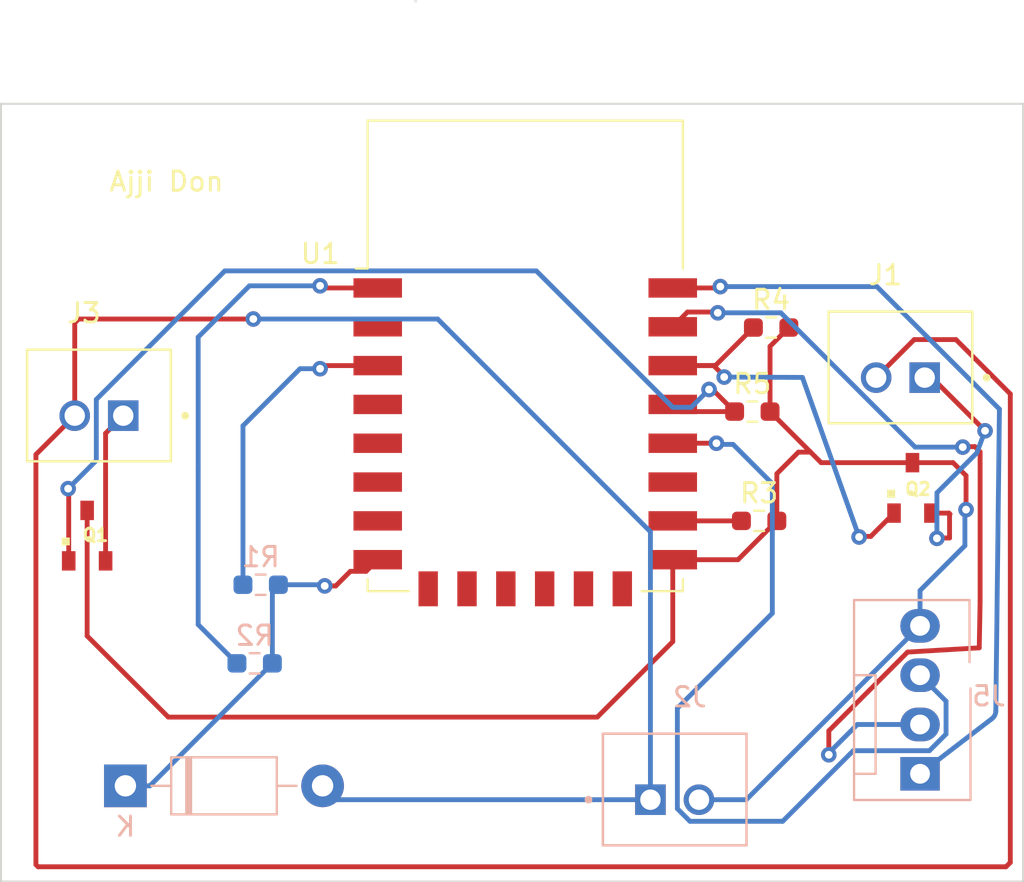
<source format=kicad_pcb>
(kicad_pcb (version 20240108) (generator "pcbnew") (generator_version "8.0")
  (layers (0 "F.Cu" signal) (31 "B.Cu" signal) (36 "B.SilkS" user "B.Silkscreen") (37 "F.SilkS" user "F.Silkscreen") (38 "B.Mask" user) (39 "F.Mask" user) (44 "Edge.Cuts" user))
  (net 0 "")
  (net 1 "/Bat2")
  (net 2 "post_diode")
  (net 3 "/ML")
  (net 4 "GND")
  (net 5 "/MR")
  (net 6 "/P1")
  (net 7 "/P2")
  (net 8 "/P3")
  (net 9 "/M2")
  (net 10 "/M1")
  (net 11 "/R1")
  (net 12 "/R2")
  (net 13 "/R3")
  (footprint "SI2302S:SOT23-3_TO-236AB" (layer "F.Cu") (at 82.94 87.16)
    (property "Reference" "Q1" (at 0.43 -0.03 0) (layer "F.SilkS") (effects (font (size 0.640902 0.640902))))
    (property "Value" "SI2302DS")
    (fp_poly (pts (xy -1.30262 0.1) (xy -0.9 0.1) (xy -0.9 0.501007) (xy -1.30262 0.501007)) (stroke (width 0.01)) (fill solid) (layer "F.SilkS"))
    (pad "1" smd rect (at -0.95 1.3) (size 0.7 1) (layers "F.Cu" "F.Paste" "F.Mask") (net 9 "/M2"))
    (pad "2" smd rect (at 0.95 1.3) (size 0.7 1) (layers "F.Cu" "F.Paste" "F.Mask") (net 5 "/MR"))
    (pad "3" smd rect (at 0 -1.3) (size 0.7 1) (layers "F.Cu" "F.Paste" "F.Mask") (net 4 "GND"))
  )
  (footprint "Resistor_SMD:R_0603_1608Metric_Pad0.98x0.95mm_HandSolder" (layer "F.Cu") (at 118.1775 76.44)
    (property "Reference" "R4" (at 0 -1.43 0) (layer "F.SilkS"))
    (property "Value" "3k3")
    (fp_line (start -0.254724 -0.5225) (end 0.254724 -0.5225) (stroke (width 0.12)) (layer "F.SilkS"))
    (fp_line (start -0.254724 0.5225) (end 0.254724 0.5225) (stroke (width 0.12)) (layer "F.SilkS"))
    (pad "1" smd roundrect (at -0.9125 0) (size 0.975 0.95) (layers "F.Cu" "F.Paste" "F.Mask") (net 10 "/M1"))
    (pad "2" smd roundrect (at 0.9125 0) (size 0.975 0.95) (layers "F.Cu" "F.Paste" "F.Mask") (net 4 "GND"))
  )
  (footprint "JST_Try2:JST_B2B-XH-A_LF__SN_" (layer "F.Cu") (at 124.84 78.495)
    (property "Reference" "J1" (at -0.775 -4.76 0) (layer "F.SilkS"))
    (property "Value" "B2B-XH-A_LF__SN_")
    (fp_line (start -3.7 -2.875) (end 3.7 -2.875) (stroke (width 0.127)) (layer "F.SilkS"))
    (fp_line (start -3.7 2.875) (end -3.7 -2.875) (stroke (width 0.127)) (layer "F.SilkS"))
    (fp_line (start 3.7 -2.875) (end 3.7 2.875) (stroke (width 0.127)) (layer "F.SilkS"))
    (fp_line (start 3.7 2.875) (end -3.7 2.875) (stroke (width 0.127)) (layer "F.SilkS"))
    (fp_circle (center 4.44 0.525) (end 4.54 0.525) (stroke (width 0.2)) (fill none) (layer "F.SilkS"))
    (pad "1" thru_hole rect (at 1.25 0.525) (size 1.575 1.575) (drill 1.05) (layers "*.Cu" "*.Mask") (net 3 "/ML"))
    (pad "2" thru_hole circle (at -1.25 0.525) (size 1.575 1.575) (drill 1.05) (layers "*.Cu" "*.Mask") (net 1 "/Bat2"))
  )
  (footprint "SI2302S:SOT23-3_TO-236AB" (layer "F.Cu") (at 125.46 84.7)
    (property "Reference" "Q2" (at 0.28 0.06 0) (layer "F.SilkS") (effects (font (size 0.640902 0.640902))))
    (property "Value" "SI2302DS")
    (fp_poly (pts (xy -1.30262 0.1) (xy -0.9 0.1) (xy -0.9 0.501007) (xy -1.30262 0.501007)) (stroke (width 0.01)) (fill solid) (layer "F.SilkS"))
    (pad "1" smd rect (at -0.95 1.3) (size 0.7 1) (layers "F.Cu" "F.Paste" "F.Mask") (net 10 "/M1"))
    (pad "2" smd rect (at 0.95 1.3) (size 0.7 1) (layers "F.Cu" "F.Paste" "F.Mask") (net 3 "/ML"))
    (pad "3" smd rect (at 0 -1.3) (size 0.7 1) (layers "F.Cu" "F.Paste" "F.Mask") (net 4 "GND"))
  )
  (footprint "Resistor_SMD:R_0603_1608Metric_Pad0.98x0.95mm_HandSolder" (layer "F.Cu") (at 117.56 86.4)
    (property "Reference" "R3" (at 0 -1.43 0) (layer "F.SilkS"))
    (property "Value" "3k3")
    (fp_line (start -0.254724 -0.5225) (end 0.254724 -0.5225) (stroke (width 0.12)) (layer "F.SilkS"))
    (fp_line (start -0.254724 0.5225) (end 0.254724 0.5225) (stroke (width 0.12)) (layer "F.SilkS"))
    (pad "1" smd roundrect (at -0.9125 0) (size 0.975 0.95) (layers "F.Cu" "F.Paste" "F.Mask") (net 13 "/R3"))
    (pad "2" smd roundrect (at 0.9125 0) (size 0.975 0.95) (layers "F.Cu" "F.Paste" "F.Mask") (net 4 "GND"))
  )
  (footprint "RF_Module:ESP-12E" (layer "F.Cu") (at 105.51 77.9)
    (property "Reference" "U1" (at -10.56 -5.26 0) (layer "F.SilkS"))
    (property "Value" "ESP-12E")
    (fp_line (start -8.12 -12.12) (end 8.12 -12.12) (stroke (width 0.12)) (layer "F.SilkS"))
    (fp_line (start -8.12 -4.5) (end -8.73 -4.5) (stroke (width 0.12)) (layer "F.SilkS"))
    (fp_line (start -8.12 -4.5) (end -8.12 -12.12) (stroke (width 0.12)) (layer "F.SilkS"))
    (fp_line (start -8.12 12.12) (end -8.12 11.5) (stroke (width 0.12)) (layer "F.SilkS"))
    (fp_line (start -6 12.12) (end -8.12 12.12) (stroke (width 0.12)) (layer "F.SilkS"))
    (fp_line (start 8.12 -12.12) (end 8.12 -4.5) (stroke (width 0.12)) (layer "F.SilkS"))
    (fp_line (start 8.12 11.5) (end 8.12 12.12) (stroke (width 0.12)) (layer "F.SilkS"))
    (fp_line (start 8.12 12.12) (end 6 12.12) (stroke (width 0.12)) (layer "F.SilkS"))
    (pad "1" smd rect (at -7.6 -3.5) (size 2.5 1) (layers "F.Cu" "F.Mask") (net 12 "/R2"))
    (pad "2" smd rect (at -7.6 -1.5) (size 2.5 1) (layers "F.Cu" "F.Mask"))
    (pad "3" smd rect (at -7.6 0.5) (size 2.5 1) (layers "F.Cu" "F.Mask") (net 11 "/R1"))
    (pad "4" smd rect (at -7.6 2.5) (size 2.5 1) (layers "F.Cu" "F.Mask"))
    (pad "5" smd rect (at -7.6 4.5) (size 2.5 1) (layers "F.Cu" "F.Mask"))
    (pad "6" smd rect (at -7.6 6.5) (size 2.5 1) (layers "F.Cu" "F.Mask"))
    (pad "7" smd rect (at -7.6 8.5) (size 2.5 1) (layers "F.Cu" "F.Mask"))
    (pad "8" smd rect (at -7.6 10.5) (size 2.5 1) (layers "F.Cu" "F.Mask") (net 2 "post_diode"))
    (pad "9" smd rect (at -5 12) (size 1 1.8) (layers "F.Cu" "F.Mask"))
    (pad "10" smd rect (at -3 12) (size 1 1.8) (layers "F.Cu" "F.Mask"))
    (pad "11" smd rect (at -1 12) (size 1 1.8) (layers "F.Cu" "F.Mask"))
    (pad "12" smd rect (at 1 12) (size 1 1.8) (layers "F.Cu" "F.Mask"))
    (pad "13" smd rect (at 3 12) (size 1 1.8) (layers "F.Cu" "F.Mask"))
    (pad "14" smd rect (at 5 12) (size 1 1.8) (layers "F.Cu" "F.Mask"))
    (pad "15" smd rect (at 7.6 10.5) (size 2.5 1) (layers "F.Cu" "F.Mask") (net 4 "GND"))
    (pad "16" smd rect (at 7.6 8.5) (size 2.5 1) (layers "F.Cu" "F.Mask") (net 13 "/R3"))
    (pad "17" smd rect (at 7.6 6.5) (size 2.5 1) (layers "F.Cu" "F.Mask"))
    (pad "18" smd rect (at 7.6 4.5) (size 2.5 1) (layers "F.Cu" "F.Mask") (net 8 "/P3"))
    (pad "19" smd rect (at 7.6 2.5) (size 2.5 1) (layers "F.Cu" "F.Mask") (net 9 "/M2"))
    (pad "20" smd rect (at 7.6 0.5) (size 2.5 1) (layers "F.Cu" "F.Mask") (net 10 "/M1"))
    (pad "21" smd rect (at 7.6 -1.5) (size 2.5 1) (layers "F.Cu" "F.Mask") (net 7 "/P2"))
    (pad "22" smd rect (at 7.6 -3.5) (size 2.5 1) (layers "F.Cu" "F.Mask") (net 6 "/P1"))
  )
  (footprint "JST_Try2:JST_B2B-XH-A_LF__SN_" (layer "F.Cu") (at 83.55 80.455)
    (property "Reference" "J3" (at -0.775 -4.76 0) (layer "F.SilkS"))
    (property "Value" "B2B-XH-A_LF__SN_")
    (fp_line (start -3.7 -2.875) (end 3.7 -2.875) (stroke (width 0.127)) (layer "F.SilkS"))
    (fp_line (start -3.7 2.875) (end -3.7 -2.875) (stroke (width 0.127)) (layer "F.SilkS"))
    (fp_line (start 3.7 -2.875) (end 3.7 2.875) (stroke (width 0.127)) (layer "F.SilkS"))
    (fp_line (start 3.7 2.875) (end -3.7 2.875) (stroke (width 0.127)) (layer "F.SilkS"))
    (fp_circle (center 4.44 0.525) (end 4.54 0.525) (stroke (width 0.2)) (fill none) (layer "F.SilkS"))
    (pad "1" thru_hole rect (at 1.25 0.525) (size 1.575 1.575) (drill 1.05) (layers "*.Cu" "*.Mask") (net 5 "/MR"))
    (pad "2" thru_hole circle (at -1.25 0.525) (size 1.575 1.575) (drill 1.05) (layers "*.Cu" "*.Mask") (net 1 "/Bat2"))
  )
  (footprint "Resistor_SMD:R_0603_1608Metric_Pad0.98x0.95mm_HandSolder" (layer "F.Cu") (at 117.21 80.77)
    (property "Reference" "R5" (at 0 -1.43 0) (layer "F.SilkS"))
    (property "Value" "3k3")
    (fp_line (start -0.254724 -0.5225) (end 0.254724 -0.5225) (stroke (width 0.12)) (layer "F.SilkS"))
    (fp_line (start -0.254724 0.5225) (end 0.254724 0.5225) (stroke (width 0.12)) (layer "F.SilkS"))
    (pad "1" smd roundrect (at -0.9125 0) (size 0.975 0.95) (layers "F.Cu" "F.Paste" "F.Mask") (net 9 "/M2"))
    (pad "2" smd roundrect (at 0.9125 0) (size 0.975 0.95) (layers "F.Cu" "F.Paste" "F.Mask") (net 4 "GND"))
  )
  (footprint "JST_Try2:JST_B2B-XH-A_LF__SN_" (layer "B.Cu") (at 113.21 100.24 180)
    (property "Reference" "J2" (at -0.775 4.76 0) (layer "B.SilkS") (effects (justify mirror)))
    (property "Value" "B2B-XH-A_LF__SN_")
    (fp_line (start 3.7 2.875) (end 3.7 -2.875) (stroke (width 0.127)) (layer "B.SilkS"))
    (fp_line (start 3.7 -2.875) (end -3.7 -2.875) (stroke (width 0.127)) (layer "B.SilkS"))
    (fp_line (start -3.7 2.875) (end 3.7 2.875) (stroke (width 0.127)) (layer "B.SilkS"))
    (fp_line (start -3.7 -2.875) (end -3.7 2.875) (stroke (width 0.127)) (layer "B.SilkS"))
    (fp_circle (center 4.44 -0.525) (end 4.54 -0.525) (stroke (width 0.2)) (fill none) (layer "B.SilkS"))
    (pad "1" thru_hole rect (at 1.25 -0.525 180) (size 1.575 1.575) (drill 1.05) (layers "*.Cu" "*.Mask") (net 1 "/Bat2"))
    (pad "2" thru_hole circle (at -1.25 -0.525 180) (size 1.575 1.575) (drill 1.05) (layers "*.Cu" "*.Mask") (net 4 "GND"))
  )
  (footprint "Resistor_SMD:R_0603_1608Metric_Pad0.98x0.95mm_HandSolder" (layer "B.Cu") (at 91.88 89.69 180)
    (property "Reference" "R1" (at 0 1.43 0) (layer "B.SilkS") (effects (justify mirror)))
    (property "Value" "3k3")
    (fp_line (start -0.254724 0.5225) (end 0.254724 0.5225) (stroke (width 0.12)) (layer "B.SilkS"))
    (fp_line (start -0.254724 -0.5225) (end 0.254724 -0.5225) (stroke (width 0.12)) (layer "B.SilkS"))
    (pad "1" smd roundrect (at -0.9125 0 180) (size 0.975 0.95) (layers "B.Cu" "B.Paste" "B.Mask") (net 2 "post_diode"))
    (pad "2" smd roundrect (at 0.9125 0 180) (size 0.975 0.95) (layers "B.Cu" "B.Paste" "B.Mask") (net 11 "/R1"))
  )
  (footprint "Connector:FanPinHeader_1x04_P2.54mm_Vertical" (layer "B.Cu") (at 125.85 99.43 90)
    (property "Reference" "J5" (at 4 3.55 0) (layer "B.SilkS") (effects (justify mirror)))
    (property "Value" "Conn_01x04_Pin")
    (fp_line (start 8.95 -3.4) (end -1.35 -3.4) (stroke (width 0.12)) (layer "B.SilkS"))
    (fp_line (start -1.35 -3.4) (end -1.35 2.6) (stroke (width 0.12)) (layer "B.SilkS"))
    (fp_line (start 0 -3.3) (end 0 -2.29) (stroke (width 0.12)) (layer "B.SilkS"))
    (fp_line (start 5.08 -2.29) (end 5.08 -3.3) (stroke (width 0.12)) (layer "B.SilkS"))
    (fp_line (start 0 -2.29) (end 5.08 -2.29) (stroke (width 0.12)) (layer "B.SilkS"))
    (fp_line (start 8.95 2.55) (end 8.95 -3.4) (stroke (width 0.12)) (layer "B.SilkS"))
    (fp_line (start 5.75 2.55) (end 8.95 2.55) (stroke (width 0.12)) (layer "B.SilkS"))
    (fp_line (start -1.35 2.6) (end 4.4 2.6) (stroke (width 0.12)) (layer "B.SilkS"))
    (pad "" np_thru_hole circle (at 5.08 2.16) (size 1.1 1.1) (drill 1.1) (layers "*.Cu" "*.Mask"))
    (pad "1" thru_hole rect (at 0 0) (size 2.03 1.73) (drill 1.02) (layers "*.Cu" "*.Mask") (net 6 "/P1"))
    (pad "2" thru_hole oval (at 2.54 0) (size 2.03 1.73) (drill 1.02) (layers "*.Cu" "*.Mask") (net 7 "/P2"))
    (pad "3" thru_hole oval (at 5.08 0) (size 2.03 1.73) (drill 1.02) (layers "*.Cu" "*.Mask") (net 8 "/P3"))
    (pad "4" thru_hole oval (at 7.62 0) (size 2.03 1.73) (drill 1.02) (layers "*.Cu" "*.Mask") (net 4 "GND"))
  )
  (footprint "Resistor_SMD:R_0603_1608Metric_Pad0.98x0.95mm_HandSolder" (layer "B.Cu") (at 91.57 93.74 180)
    (property "Reference" "R2" (at 0 1.43 0) (layer "B.SilkS") (effects (justify mirror)))
    (property "Value" "3k3")
    (fp_line (start -0.254724 0.5225) (end 0.254724 0.5225) (stroke (width 0.12)) (layer "B.SilkS"))
    (fp_line (start -0.254724 -0.5225) (end 0.254724 -0.5225) (stroke (width 0.12)) (layer "B.SilkS"))
    (pad "1" smd roundrect (at -0.9125 0 180) (size 0.975 0.95) (layers "B.Cu" "B.Paste" "B.Mask") (net 2 "post_diode"))
    (pad "2" smd roundrect (at 0.9125 0 180) (size 0.975 0.95) (layers "B.Cu" "B.Paste" "B.Mask") (net 12 "/R2"))
  )
  (footprint "Diode_THT:D_DO-41_SOD81_P10.16mm_Horizontal" (layer "B.Cu") (at 84.91 100.05)
    (property "Reference" "D1" (hide yes))
    (property "Value" "1N4007")
    (fp_line (start 1.34 0) (end 2.36 0) (stroke (width 0.12)) (layer "B.SilkS"))
    (fp_line (start 2.36 -1.47) (end 7.8 -1.47) (stroke (width 0.12)) (layer "B.SilkS"))
    (fp_line (start 2.36 1.47) (end 2.36 -1.47) (stroke (width 0.12)) (layer "B.SilkS"))
    (fp_line (start 3.14 1.47) (end 3.14 -1.47) (stroke (width 0.12)) (layer "B.SilkS"))
    (fp_line (start 3.26 1.47) (end 3.26 -1.47) (stroke (width 0.12)) (layer "B.SilkS"))
    (fp_line (start 3.38 1.47) (end 3.38 -1.47) (stroke (width 0.12)) (layer "B.SilkS"))
    (fp_line (start 7.8 -1.47) (end 7.8 1.47) (stroke (width 0.12)) (layer "B.SilkS"))
    (fp_line (start 7.8 1.47) (end 2.36 1.47) (stroke (width 0.12)) (layer "B.SilkS"))
    (fp_line (start 8.82 0) (end 7.8 0) (stroke (width 0.12)) (layer "B.SilkS"))
    (fp_text user "K" (at 0 2.1 0) (layer "B.SilkS") (effects (justify mirror)))
    (pad "1" thru_hole rect (at 0 0) (size 2.2 2.2) (drill 1.1) (layers "*.Cu" "*.Mask") (net 2 "post_diode"))
    (pad "2" thru_hole oval (at 10.16 0) (size 2.2 2.2) (drill 1.1) (layers "*.Cu" "*.Mask") (net 1 "/Bat2"))
  )
  (gr_rect (start 78.5 64.91) (end 131.16 104.98) (stroke (width 0.1)) (fill none) (layer "Edge.Cuts"))
  (gr_rect (start 99.8446 59.6146) (end 99.87 59.64) (stroke (width 0.1)) (fill none) (layer "Edge.Cuts"))
  (gr_text "Ajji Don" (at 84 69.5 0) (layer "F.SilkS") (effects (font (size 1 1)) (justify left bottom)))
  (segment (start 80.3 104.11) (end 80.41 104.22) (width 0.25) (layer "F.Cu") (net 1))
  (segment (start 82.3 76.2) (end 82.3 80.98) (width 0.25) (layer "F.Cu") (net 1))
  (segment (start 91.5 76) (end 82.5 76) (width 0.25) (layer "F.Cu") (net 1))
  (segment (start 82.3 80.98) (end 80.3 82.98) (width 0.25) (layer "F.Cu") (net 1))
  (segment (start 130.28 104.22) (end 130.5 104) (width 0.25) (layer "F.Cu") (net 1))
  (segment (start 82.5 76) (end 82.3 76.2) (width 0.25) (layer "F.Cu") (net 1))
  (segment (start 80.3 82.98) (end 80.3 104.11) (width 0.25) (layer "F.Cu") (net 1))
  (segment (start 80.41 104.22) (end 130.28 104.22) (width 0.25) (layer "F.Cu") (net 1))
  (segment (start 125.55 77.06) (end 127.7 77.06) (width 0.25) (layer "F.Cu") (net 1))
  (segment (start 123.59 79.02) (end 125.55 77.06) (width 0.25) (layer "F.Cu") (net 1))
  (segment (start 127.7 77.06) (end 130.5 79.86) (width 0.25) (layer "F.Cu") (net 1))
  (segment (start 130.5 79.86) (end 130.5 104) (width 0.25) (layer "F.Cu") (net 1))
  (via (at 91.5 76) (size 0.8) (drill 0.4) (layers "F.Cu" "B.Cu") (net 1))
  (segment (start 111.96 100.765) (end 111.96 86.96) (width 0.25) (layer "B.Cu") (net 1))
  (segment (start 101 76) (end 91.5 76) (width 0.25) (layer "B.Cu") (net 1))
  (segment (start 111.96 100.765) (end 95.785 100.765) (width 0.25) (layer "B.Cu") (net 1))
  (segment (start 111.96 86.96) (end 101.5 76.5) (width 0.25) (layer "B.Cu") (net 1))
  (segment (start 95.785 100.765) (end 95.07 100.05) (width 0.25) (layer "B.Cu") (net 1))
  (segment (start 101.5 76.5) (end 101 76) (width 0.25) (layer "B.Cu") (net 1))
  (segment (start 95.75 89.75) (end 96.5 89) (width 0.25) (layer "F.Cu") (net 2))
  (segment (start 95.18 89.75) (end 95.75 89.75) (width 0.25) (layer "F.Cu") (net 2))
  (segment (start 97.31 89) (end 97.91 88.4) (width 0.25) (layer "F.Cu") (net 2))
  (segment (start 96.5 89) (end 97.31 89) (width 0.25) (layer "F.Cu") (net 2))
  (via (at 95.18 89.75) (size 0.8) (drill 0.4) (layers "F.Cu" "B.Cu") (net 2))
  (segment (start 92.7925 89.69) (end 95.12 89.69) (width 0.25) (layer "B.Cu") (net 2))
  (segment (start 92.4825 93.74) (end 92.4825 90) (width 0.25) (layer "B.Cu") (net 2))
  (segment (start 95.18 89.75) (end 95.24 89.69) (width 0.25) (layer "B.Cu") (net 2))
  (segment (start 86.1725 100.05) (end 92.4825 93.74) (width 0.25) (layer "B.Cu") (net 2))
  (segment (start 84.91 100.05) (end 86.1725 100.05) (width 0.25) (layer "B.Cu") (net 2))
  (segment (start 95.12 89.69) (end 95.18 89.75) (width 0.25) (layer "B.Cu") (net 2))
  (segment (start 92.4825 90) (end 92.7925 89.69) (width 0.25) (layer "B.Cu") (net 2))
  (segment (start 127.37 87.28) (end 127.37 86.07) (width 0.25) (layer "F.Cu") (net 3))
  (segment (start 127.37 87.28) (end 126.74 87.28) (width 0.25) (layer "F.Cu") (net 3))
  (segment (start 127.37 86.07) (end 127.39 86.05) (width 0.25) (layer "F.Cu") (net 3))
  (segment (start 127.34 86) (end 126.41 86) (width 0.25) (layer "F.Cu") (net 3))
  (segment (start 129.2 81.76) (end 126.46 79.02) (width 0.25) (layer "F.Cu") (net 3))
  (segment (start 126.46 79.02) (end 126.09 79.02) (width 0.25) (layer "F.Cu") (net 3))
  (segment (start 127.39 86.05) (end 127.34 86) (width 0.25) (layer "F.Cu") (net 3))
  (segment (start 126.74 87.28) (end 126.72 87.3) (width 0.25) (layer "F.Cu") (net 3))
  (via (at 129.2 81.76) (size 0.8) (drill 0.4) (layers "F.Cu" "B.Cu") (net 3))
  (via (at 126.72 87.3) (size 0.8) (drill 0.4) (layers "F.Cu" "B.Cu") (net 3))
  (segment (start 126.72 87.3) (end 126.72 84.955305) (width 0.25) (layer "B.Cu") (net 3))
  (segment (start 129.2 81.76) (end 129.26 81.52) (width 0.25) (layer "B.Cu") (net 3))
  (segment (start 126.72 84.955305) (end 128.775 82.900305) (width 0.25) (layer "B.Cu") (net 3))
  (segment (start 128.775 82.900305) (end 129.2 81.76) (width 0.25) (layer "B.Cu") (net 3))
  (segment (start 126.09 79.32) (end 126.09 79.02) (width 0.25) (layer "B.Cu") (net 3))
  (segment (start 109.22 96.51) (end 113.11 92.62) (width 0.25) (layer "F.Cu") (net 4))
  (segment (start 118.4725 86.4) (end 118.4725 83.971104) (width 0.25) (layer "F.Cu") (net 4))
  (segment (start 118.1225 77.4075) (end 119.09 76.44) (width 0.25) (layer "F.Cu") (net 4))
  (segment (start 82.94 85.86) (end 82.94 92.33) (width 0.25) (layer "F.Cu") (net 4))
  (segment (start 116.4725 88.4) (end 118.4725 86.4) (width 0.25) (layer "F.Cu") (net 4))
  (segment (start 128.22 84.07) (end 127.55 83.4) (width 0.25) (layer "F.Cu") (net 4))
  (segment (start 128.22 85.82) (end 128.22 84.07) (width 0.25) (layer "F.Cu") (net 4))
  (segment (start 118.4725 83.971104) (end 119.584854 82.85875) (width 0.25) (layer "F.Cu") (net 4))
  (segment (start 125.46 83.4) (end 120.7525 83.4) (width 0.25) (layer "F.Cu") (net 4))
  (segment (start 82.94 92.33) (end 87.12 96.51) (width 0.25) (layer "F.Cu") (net 4))
  (segment (start 127.55 83.4) (end 125.46 83.4) (width 0.25) (layer "F.Cu") (net 4))
  (segment (start 120.7525 83.4) (end 120.21125 82.85875) (width 0.25) (layer "F.Cu") (net 4))
  (segment (start 119.584854 82.85875) (end 120.21125 82.85875) (width 0.25) (layer "F.Cu") (net 4))
  (segment (start 118.1225 80.77) (end 118.1225 77.4075) (width 0.25) (layer "F.Cu") (net 4))
  (segment (start 113.11 92.62) (end 113.11 88.4) (width 0.25) (layer "F.Cu") (net 4))
  (segment (start 113.11 88.4) (end 116.4725 88.4) (width 0.25) (layer "F.Cu") (net 4))
  (segment (start 87.12 96.51) (end 109.22 96.51) (width 0.25) (layer "F.Cu") (net 4))
  (segment (start 120.21125 82.85875) (end 118.1225 80.77) (width 0.25) (layer "F.Cu") (net 4))
  (via (at 128.22 85.82) (size 0.8) (drill 0.4) (layers "F.Cu" "B.Cu") (net 4))
  (segment (start 125.85 91.81) (end 125.85 89.99) (width 0.25) (layer "B.Cu") (net 4))
  (segment (start 114.46 100.765) (end 116.895 100.765) (width 0.25) (layer "B.Cu") (net 4))
  (segment (start 128.16 85.88) (end 128.22 85.82) (width 0.25) (layer "B.Cu") (net 4))
  (segment (start 128.16 87.68) (end 128.16 85.88) (width 0.25) (layer "B.Cu") (net 4))
  (segment (start 125.85 89.99) (end 128.16 87.68) (width 0.25) (layer "B.Cu") (net 4))
  (segment (start 128.22 85.82) (end 128.16 85.76) (width 0.25) (layer "B.Cu") (net 4))
  (segment (start 116.895 100.765) (end 125.85 91.81) (width 0.25) (layer "B.Cu") (net 4))
  (segment (start 83.89 81.89) (end 84.8 80.98) (width 0.25) (layer "F.Cu") (net 5))
  (segment (start 83.89 88.46) (end 83.89 81.89) (width 0.25) (layer "F.Cu") (net 5))
  (segment (start 113.11 74.4) (end 115.49 74.4) (width 0.25) (layer "F.Cu") (net 6))
  (segment (start 115.49 74.4) (end 115.56 74.33) (width 0.25) (layer "F.Cu") (net 6))
  (segment (start 115.56 74.33) (end 115.63 74.4) (width 0.25) (layer "F.Cu") (net 6))
  (via (at 115.56 74.33) (size 0.8) (drill 0.4) (layers "F.Cu" "B.Cu") (net 6))
  (segment (start 129.557175 96.587833) (end 125.85 99.43) (width 0.25) (layer "B.Cu") (net 6))
  (segment (start 123.625 74.33) (end 129.94 80.645) (width 0.25) (layer "B.Cu") (net 6))
  (segment (start 129.94 80.645) (end 129.752923 96.197044) (width 0.25) (layer "B.Cu") (net 6))
  (segment (start 115.56 74.33) (end 123.625 74.33) (width 0.25) (layer "B.Cu") (net 6))
  (arc (start 129.752923 96.197044) (mid 129.700011 96.41496) (end 129.557175 96.587833) (width 0.25) (layer "B.Cu") (net 6))
  (segment (start 125.207086 93.16) (end 121.15 97.217086) (width 0.25) (layer "F.Cu") (net 7))
  (segment (start 121.15 97.217086) (end 121.15 98.45) (width 0.25) (layer "F.Cu") (net 7))
  (segment (start 128.075 82.575) (end 128.675 82.575) (width 0.25) (layer "F.Cu") (net 7))
  (segment (start 128.025 82.575) (end 128.05 82.6) (width 0.25) (layer "F.Cu") (net 7))
  (segment (start 128.945 90.547914) (end 128.9 92.94) (width 0.25) (layer "F.Cu") (net 7))
  (segment (start 115.43 75.68) (end 115.47 75.64) (width 0.25) (layer "F.Cu") (net 7))
  (segment (start 128.05 82.6) (end 128.075 82.575) (width 0.25) (layer "F.Cu") (net 7))
  (segment (start 128.9 92.94) (end 125.207086 93.16) (width 0.25) (layer "F.Cu") (net 7))
  (segment (start 128.945 82.845) (end 128.945 90.547914) (width 0.25) (layer "F.Cu") (net 7))
  (segment (start 113.87 75.64) (end 115.39 75.64) (width 0.25) (layer "F.Cu") (net 7))
  (segment (start 128.675 82.575) (end 128.945 82.845) (width 0.25) (layer "F.Cu") (net 7))
  (segment (start 115.39 75.64) (end 115.43 75.68) (width 0.25) (layer "F.Cu") (net 7))
  (segment (start 113.11 76.4) (end 113.87 75.64) (width 0.25) (layer "F.Cu") (net 7))
  (via (at 121.15 98.45) (size 0.8) (drill 0.4) (layers "F.Cu" "B.Cu") (net 7))
  (via (at 128.05 82.6) (size 0.8) (drill 0.4) (layers "F.Cu" "B.Cu") (net 7))
  (via (at 115.43 75.68) (size 0.8) (drill 0.4) (layers "F.Cu" "B.Cu") (net 7))
  (segment (start 118.676687 75.68) (end 125.596687 82.6) (width 0.25) (layer "B.Cu") (net 7))
  (segment (start 122.62 96.89) (end 125.85 96.89) (width 0.25) (layer "B.Cu") (net 7))
  (segment (start 115.43 75.68) (end 118.676687 75.68) (width 0.25) (layer "B.Cu") (net 7))
  (segment (start 121.06 98.45) (end 121.15 98.45) (width 0.25) (layer "B.Cu") (net 7))
  (segment (start 121.15 98.45) (end 121.15 98.36) (width 0.25) (layer "B.Cu") (net 7))
  (segment (start 121.15 98.36) (end 122.62 96.89) (width 0.25) (layer "B.Cu") (net 7))
  (segment (start 125.596687 82.6) (end 128.05 82.6) (width 0.25) (layer "B.Cu") (net 7))
  (segment (start 113.11 82.4) (end 115.36 82.4) (width 0.25) (layer "F.Cu") (net 8))
  (segment (start 125.85 94.35) (end 125.85 94.775305) (width 0.25) (layer "F.Cu") (net 8))
  (segment (start 112.71 82.4) (end 113.11 82.4) (width 0.25) (layer "F.Cu") (net 8))
  (via (at 115.36 82.4) (size 0.8) (drill 0.4) (layers "F.Cu" "B.Cu") (net 8))
  (segment (start 122.41 98.24) (end 118.7725 101.8775) (width 0.25) (layer "B.Cu") (net 8))
  (segment (start 115.36 82.4) (end 115.3 82.46) (width 0.25) (layer "B.Cu") (net 8))
  (segment (start 113.3475 96.0525) (end 118.24 91.16) (width 0.25) (layer "B.Cu") (net 8))
  (segment (start 115.42 82.46) (end 115.36 82.4) (width 0.25) (layer "B.Cu") (net 8))
  (segment (start 118.7725 101.8775) (end 113.999187 101.8775) (width 0.25) (layer "B.Cu") (net 8))
  (segment (start 118.24 84.48) (end 116.22 82.46) (width 0.25) (layer "B.Cu") (net 8))
  (segment (start 126.332914 98.24) (end 122.41 98.24) (width 0.25) (layer "B.Cu") (net 8))
  (segment (start 113.999187 101.8775) (end 113.3475 101.225813) (width 0.25) (layer "B.Cu") (net 8))
  (segment (start 118.24 91.16) (end 118.24 84.48) (width 0.25) (layer "B.Cu") (net 8))
  (segment (start 113.3475 101.225813) (end 113.3475 96.0525) (width 0.25) (layer "B.Cu") (net 8))
  (segment (start 125.85 94.35) (end 127.19 95.69) (width 0.25) (layer "B.Cu") (net 8))
  (segment (start 127.19 95.69) (end 127.19 97.382914) (width 0.25) (layer "B.Cu") (net 8))
  (segment (start 116.22 82.46) (end 115.42 82.46) (width 0.25) (layer "B.Cu") (net 8))
  (segment (start 127.19 97.382914) (end 126.332914 98.24) (width 0.25) (layer "B.Cu") (net 8))
  (segment (start 116.2975 80.77) (end 115.1025 79.575) (width 0.25) (layer "F.Cu") (net 9))
  (segment (start 81.96 84.74) (end 81.99 84.77) (width 0.25) (layer "F.Cu") (net 9))
  (segment (start 115.035 79.575) (end 114.98 79.63) (width 0.25) (layer "F.Cu") (net 9))
  (segment (start 81.99 84.71) (end 81.96 84.74) (width 0.25) (layer "F.Cu") (net 9))
  (segment (start 81.99 84.77) (end 81.99 88.46) (width 0.25) (layer "F.Cu") (net 9))
  (segment (start 114.98 79.63) (end 114.925 79.575) (width 0.25) (layer "F.Cu") (net 9))
  (segment (start 115.1025 79.575) (end 115.035 79.575) (width 0.25) (layer "F.Cu") (net 9))
  (segment (start 113.48 80.77) (end 113.11 80.4) (width 0.25) (layer "F.Cu") (net 9))
  (segment (start 116.2975 80.77) (end 113.48 80.77) (width 0.25) (layer "F.Cu") (net 9))
  (via (at 114.98 79.63) (size 0.8) (drill 0.4) (layers "F.Cu" "B.Cu") (net 9))
  (via (at 81.96 84.74) (size 0.8) (drill 0.4) (layers "F.Cu" "B.Cu") (net 9))
  (segment (start 114.06 80.55) (end 114.98 79.63) (width 0.25) (layer "B.Cu") (net 9))
  (segment (start 113.11 80.55) (end 114.06 80.55) (width 0.25) (layer "B.Cu") (net 9))
  (segment (start 83.4125 80.1425) (end 90.035 73.52) (width 0.25) (layer "B.Cu") (net 9))
  (segment (start 81.96 84.74) (end 83.4125 83.2875) (width 0.25) (layer "B.Cu") (net 9))
  (segment (start 90.035 73.52) (end 106.08 73.52) (width 0.25) (layer "B.Cu") (net 9))
  (segment (start 83.4125 83.2875) (end 83.4125 80.1425) (width 0.25) (layer "B.Cu") (net 9))
  (segment (start 106.08 73.52) (end 113.11 80.55) (width 0.25) (layer "B.Cu") (net 9))
  (segment (start 115.807076 78.99) (end 115.76 78.99) (width 0.25) (layer "F.Cu") (net 10))
  (segment (start 122.71 87.23) (end 122.68 87.2) (width 0.25) (layer "F.Cu") (net 10))
  (segment (start 124.51 86) (end 123.31 87.2) (width 0.25) (layer "F.Cu") (net 10))
  (segment (start 122.74 87.2) (end 122.71 87.23) (width 0.25) (layer "F.Cu") (net 10))
  (segment (start 115.305 78.4) (end 113.11 78.4) (width 0.25) (layer "F.Cu") (net 10))
  (segment (start 115.217076 78.4) (end 113.11 78.4) (width 0.25) (layer "F.Cu") (net 10))
  (segment (start 115.76 78.99) (end 115.76 78.942924) (width 0.25) (layer "F.Cu") (net 10))
  (segment (start 117.265 76.44) (end 115.305 78.4) (width 0.25) (layer "F.Cu") (net 10))
  (segment (start 123.31 87.2) (end 122.74 87.2) (width 0.25) (layer "F.Cu") (net 10))
  (segment (start 115.76 78.942924) (end 115.217076 78.4) (width 0.25) (layer "F.Cu") (net 10))
  (via (at 122.71 87.23) (size 0.8) (drill 0.4) (layers "F.Cu" "B.Cu") (net 10))
  (via (at 115.76 78.99) (size 0.8) (drill 0.4) (layers "F.Cu" "B.Cu") (net 10))
  (segment (start 119.79 79.01) (end 115.76 78.99) (width 0.25) (layer "B.Cu") (net 10))
  (segment (start 122.71 87.23) (end 119.79 79.01) (width 0.25) (layer "B.Cu") (net 10))
  (segment (start 95.1 78.4) (end 97.91 78.4) (width 0.25) (layer "F.Cu") (net 11))
  (segment (start 94.94 78.56) (end 95.1 78.4) (width 0.25) (layer "F.Cu") (net 11))
  (via (at 94.94 78.56) (size 0.8) (drill 0.4) (layers "F.Cu" "B.Cu") (net 11))
  (segment (start 90.9675 81.5025) (end 91.24 81.23) (width 0.25) (layer "B.Cu") (net 11))
  (segment (start 90.9675 89.69) (end 90.9675 81.5025) (width 0.25) (layer "B.Cu") (net 11))
  (segment (start 93.91 78.56) (end 94.94 78.56) (width 0.25) (layer "B.Cu") (net 11))
  (segment (start 91.24 81.23) (end 93.91 78.56) (width 0.25) (layer "B.Cu") (net 11))
  (segment (start 95.05 74.4) (end 97.91 74.4) (width 0.25) (layer "F.Cu") (net 12))
  (segment (start 94.94 74.29) (end 95.05 74.4) (width 0.25) (layer "F.Cu") (net 12))
  (via (at 94.94 74.29) (size 0.8) (drill 0.4) (layers "F.Cu" "B.Cu") (net 12))
  (segment (start 90.6575 93.74) (end 88.66 91.7425) (width 0.25) (layer "B.Cu") (net 12))
  (segment (start 91.3 74.29) (end 94.94 74.29) (width 0.25) (layer "B.Cu") (net 12))
  (segment (start 88.66 76.93) (end 90.77 74.82) (width 0.25) (layer "B.Cu") (net 12))
  (segment (start 88.66 83.87) (end 88.66 76.93) (width 0.25) (layer "B.Cu") (net 12))
  (segment (start 90.77 74.82) (end 91.3 74.29) (width 0.25) (layer "B.Cu") (net 12))
  (segment (start 88.66 91.7425) (end 88.66 83.87) (width 0.25) (layer "B.Cu") (net 12))
  (segment (start 116.6475 86.4) (end 113.11 86.4) (width 0.25) (layer "F.Cu") (net 13))
)
</source>
